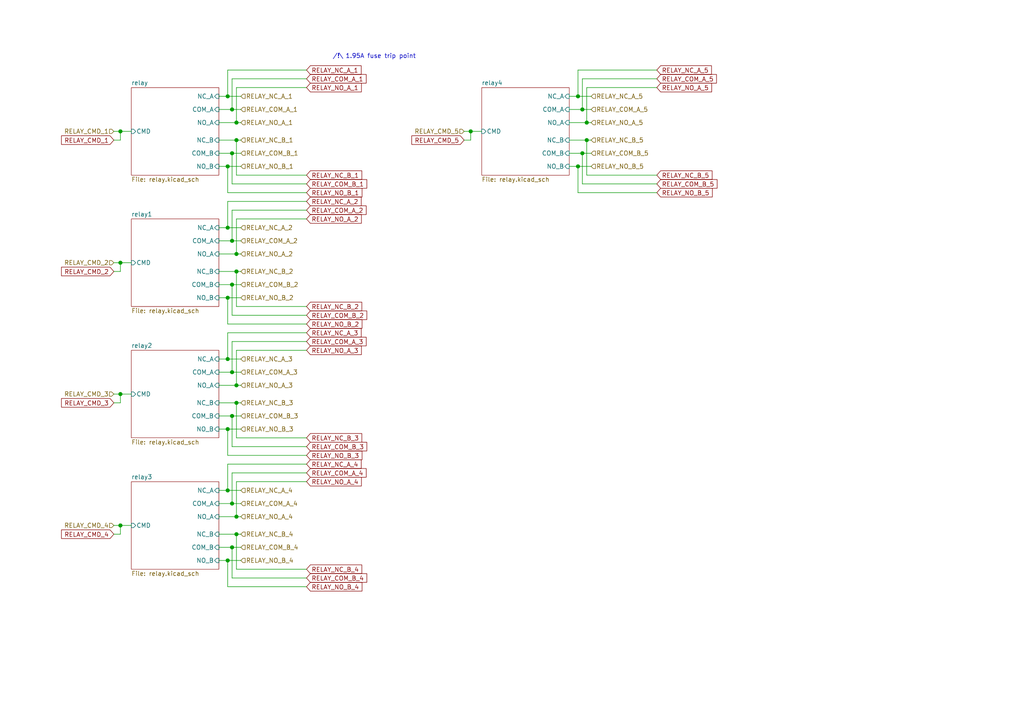
<source format=kicad_sch>
(kicad_sch (version 20211123) (generator eeschema)

  (uuid 3f68857c-3a11-4227-962d-5be304eb4b52)

  (paper "A4")

  (lib_symbols
  )

  (junction (at 68.58 149.86) (diameter 1.016) (color 0 0 0 0)
    (uuid 019410ec-340a-474b-a3cb-d3a780f307b4)
  )
  (junction (at 67.31 107.95) (diameter 1.016) (color 0 0 0 0)
    (uuid 08f0a69d-2047-4f15-9147-57cc2889ba57)
  )
  (junction (at 68.58 35.56) (diameter 1.016) (color 0 0 0 0)
    (uuid 09f1068c-65c4-4548-86dc-26e5a88a3923)
  )
  (junction (at 66.04 48.26) (diameter 1.016) (color 0 0 0 0)
    (uuid 0ccdb2ff-af2a-433c-990e-e25fac040a27)
  )
  (junction (at 67.31 31.75) (diameter 1.016) (color 0 0 0 0)
    (uuid 0e8dd633-3dec-4dce-9bdb-5d167ff90b26)
  )
  (junction (at 68.58 73.66) (diameter 1.016) (color 0 0 0 0)
    (uuid 12290910-e1c4-4f12-a089-9b99be24c1fc)
  )
  (junction (at 67.31 69.85) (diameter 1.016) (color 0 0 0 0)
    (uuid 1669bc16-1636-4fde-a4cb-95c6656af335)
  )
  (junction (at 68.58 78.74) (diameter 1.016) (color 0 0 0 0)
    (uuid 18e3600f-2088-4659-97d0-c83b17047ead)
  )
  (junction (at 67.31 44.45) (diameter 1.016) (color 0 0 0 0)
    (uuid 1be8b492-ceeb-41d4-8a97-de6f54e38f35)
  )
  (junction (at 168.91 44.45) (diameter 1.016) (color 0 0 0 0)
    (uuid 1bf8b756-d049-40ef-860f-32108b6e6ef2)
  )
  (junction (at 66.04 104.14) (diameter 1.016) (color 0 0 0 0)
    (uuid 24d37c6d-393a-4463-b6e2-ce0a45fb85d0)
  )
  (junction (at 67.31 146.05) (diameter 1.016) (color 0 0 0 0)
    (uuid 250658cf-3442-4875-98b9-880ff77de779)
  )
  (junction (at 67.31 158.75) (diameter 1.016) (color 0 0 0 0)
    (uuid 2e723b17-b264-49e0-99dc-3ace6ec6c590)
  )
  (junction (at 67.31 82.55) (diameter 1.016) (color 0 0 0 0)
    (uuid 2faae2bb-a0c2-4054-ae9f-2d25525a48e8)
  )
  (junction (at 34.925 38.1) (diameter 1.016) (color 0 0 0 0)
    (uuid 347d7251-9011-468c-9c97-37e621ebef39)
  )
  (junction (at 34.925 152.4) (diameter 1.016) (color 0 0 0 0)
    (uuid 4205e181-09c1-4838-b4a1-364bb5008947)
  )
  (junction (at 34.925 76.2) (diameter 1.016) (color 0 0 0 0)
    (uuid 54e6c901-b772-4f6e-a5cb-832c30ac5735)
  )
  (junction (at 136.525 38.1) (diameter 1.016) (color 0 0 0 0)
    (uuid 63889b5b-319a-4ec7-9d88-38746b1ff624)
  )
  (junction (at 67.31 120.65) (diameter 1.016) (color 0 0 0 0)
    (uuid 6ca9fad1-a6ca-4e25-863a-5e5ecd5baa89)
  )
  (junction (at 66.04 124.46) (diameter 1.016) (color 0 0 0 0)
    (uuid 6f655528-a61c-4c23-868b-815cc79f5f8e)
  )
  (junction (at 66.04 66.04) (diameter 1.016) (color 0 0 0 0)
    (uuid 707b1282-fdf9-4928-869a-9dbf3a817513)
  )
  (junction (at 66.04 142.24) (diameter 1.016) (color 0 0 0 0)
    (uuid 780c110f-d675-44a5-9b77-e6d74a308504)
  )
  (junction (at 68.58 154.94) (diameter 1.016) (color 0 0 0 0)
    (uuid 797336a2-12e4-4dd0-a33e-dc6624c7dd5e)
  )
  (junction (at 170.18 35.56) (diameter 1.016) (color 0 0 0 0)
    (uuid 851a5144-622e-4e9b-84aa-b2177ea53c92)
  )
  (junction (at 68.58 116.84) (diameter 1.016) (color 0 0 0 0)
    (uuid 86c06a99-e0bc-40d5-a7f9-e5b1bfafe6eb)
  )
  (junction (at 66.04 27.94) (diameter 1.016) (color 0 0 0 0)
    (uuid 95568ddf-be8c-46db-99de-cfd2b3a0cf9e)
  )
  (junction (at 168.91 31.75) (diameter 1.016) (color 0 0 0 0)
    (uuid a7157fd2-7969-454f-a8c5-69dde8689e15)
  )
  (junction (at 66.04 162.56) (diameter 1.016) (color 0 0 0 0)
    (uuid acf9d5e3-00c4-46a2-8fb1-130f2ff8990c)
  )
  (junction (at 170.18 40.64) (diameter 1.016) (color 0 0 0 0)
    (uuid bff8daab-48b4-47d4-9ffa-e5f1ce2dcca8)
  )
  (junction (at 66.04 86.36) (diameter 1.016) (color 0 0 0 0)
    (uuid cfd66066-4bfb-415b-aff3-80ee08e719fe)
  )
  (junction (at 68.58 40.64) (diameter 1.016) (color 0 0 0 0)
    (uuid dbf9d52f-7c18-496f-9222-1cd5f4d22ee1)
  )
  (junction (at 34.925 114.3) (diameter 1.016) (color 0 0 0 0)
    (uuid ec888ac4-0ee1-4143-9135-f22c778450e6)
  )
  (junction (at 167.64 48.26) (diameter 1.016) (color 0 0 0 0)
    (uuid f1cdc1e3-579a-49cb-b214-bbcfabf1e8e7)
  )
  (junction (at 167.64 27.94) (diameter 1.016) (color 0 0 0 0)
    (uuid f559c4d6-733f-431c-8eeb-d76337ee4def)
  )
  (junction (at 68.58 111.76) (diameter 1.016) (color 0 0 0 0)
    (uuid f5ac3e38-b2da-4b8b-af3b-5e4281e16a0c)
  )

  (wire (pts (xy 34.925 152.4) (xy 38.1 152.4))
    (stroke (width 0) (type solid) (color 0 0 0 0))
    (uuid 02a37dfb-b936-4f6e-86c4-073f71583254)
  )
  (wire (pts (xy 34.925 116.84) (xy 34.925 114.3))
    (stroke (width 0) (type solid) (color 0 0 0 0))
    (uuid 02f0f551-dba0-415f-9bbe-fb2fbee3e3e2)
  )
  (wire (pts (xy 165.1 35.56) (xy 170.18 35.56))
    (stroke (width 0) (type solid) (color 0 0 0 0))
    (uuid 039b72bc-3ef3-4a8c-88de-6e871daf539a)
  )
  (wire (pts (xy 170.18 35.56) (xy 171.45 35.56))
    (stroke (width 0) (type solid) (color 0 0 0 0))
    (uuid 039b72bc-3ef3-4a8c-88de-6e871daf539b)
  )
  (wire (pts (xy 63.5 69.85) (xy 67.31 69.85))
    (stroke (width 0) (type solid) (color 0 0 0 0))
    (uuid 04f5bbe9-2d36-4ca3-ac58-7cfd4a8eb969)
  )
  (wire (pts (xy 67.31 69.85) (xy 69.85 69.85))
    (stroke (width 0) (type solid) (color 0 0 0 0))
    (uuid 04f5bbe9-2d36-4ca3-ac58-7cfd4a8eb96a)
  )
  (wire (pts (xy 136.525 40.64) (xy 136.525 38.1))
    (stroke (width 0) (type solid) (color 0 0 0 0))
    (uuid 07333ae4-e32d-4ebd-a698-44f6bd96dcfe)
  )
  (wire (pts (xy 63.5 73.66) (xy 68.58 73.66))
    (stroke (width 0) (type solid) (color 0 0 0 0))
    (uuid 09a4e5c6-fc4e-49c2-806e-fc2dd9eb58a9)
  )
  (wire (pts (xy 68.58 73.66) (xy 69.85 73.66))
    (stroke (width 0) (type solid) (color 0 0 0 0))
    (uuid 09a4e5c6-fc4e-49c2-806e-fc2dd9eb58aa)
  )
  (wire (pts (xy 63.5 116.84) (xy 68.58 116.84))
    (stroke (width 0) (type solid) (color 0 0 0 0))
    (uuid 0fd48f8a-982c-4312-b68f-efc4c5769c89)
  )
  (wire (pts (xy 68.58 116.84) (xy 69.85 116.84))
    (stroke (width 0) (type solid) (color 0 0 0 0))
    (uuid 0fd48f8a-982c-4312-b68f-efc4c5769c8a)
  )
  (wire (pts (xy 66.04 134.62) (xy 66.04 142.24))
    (stroke (width 0) (type solid) (color 0 0 0 0))
    (uuid 0ffb3613-d7b6-4c81-9719-e6b0f409708a)
  )
  (wire (pts (xy 88.9 134.62) (xy 66.04 134.62))
    (stroke (width 0) (type solid) (color 0 0 0 0))
    (uuid 0ffb3613-d7b6-4c81-9719-e6b0f409708b)
  )
  (wire (pts (xy 34.925 114.3) (xy 38.1 114.3))
    (stroke (width 0) (type solid) (color 0 0 0 0))
    (uuid 104fcdaf-70fe-4d9d-999a-bc4ee38447f0)
  )
  (wire (pts (xy 66.04 55.88) (xy 66.04 48.26))
    (stroke (width 0) (type solid) (color 0 0 0 0))
    (uuid 110dd3bd-916a-42d2-92b1-16965ba286d8)
  )
  (wire (pts (xy 88.9 55.88) (xy 66.04 55.88))
    (stroke (width 0) (type solid) (color 0 0 0 0))
    (uuid 110dd3bd-916a-42d2-92b1-16965ba286d9)
  )
  (wire (pts (xy 88.9 58.42) (xy 66.04 58.42))
    (stroke (width 0) (type solid) (color 0 0 0 0))
    (uuid 114d2213-024b-47f2-aa72-4d45a5368ca8)
  )
  (wire (pts (xy 68.58 139.7) (xy 68.58 149.86))
    (stroke (width 0) (type solid) (color 0 0 0 0))
    (uuid 16921ee1-5e5d-48be-9e51-61dbd1903c58)
  )
  (wire (pts (xy 88.9 139.7) (xy 68.58 139.7))
    (stroke (width 0) (type solid) (color 0 0 0 0))
    (uuid 16921ee1-5e5d-48be-9e51-61dbd1903c59)
  )
  (wire (pts (xy 33.02 40.64) (xy 34.925 40.64))
    (stroke (width 0) (type solid) (color 0 0 0 0))
    (uuid 174d84ef-163c-4453-baaa-c9f062a5365a)
  )
  (wire (pts (xy 63.5 149.86) (xy 68.58 149.86))
    (stroke (width 0) (type solid) (color 0 0 0 0))
    (uuid 205e0883-f776-4de2-aad6-b2135e54d523)
  )
  (wire (pts (xy 68.58 149.86) (xy 69.85 149.86))
    (stroke (width 0) (type solid) (color 0 0 0 0))
    (uuid 205e0883-f776-4de2-aad6-b2135e54d524)
  )
  (wire (pts (xy 68.58 101.6) (xy 68.58 111.76))
    (stroke (width 0) (type solid) (color 0 0 0 0))
    (uuid 26767de8-2424-4805-9b6d-69a96eed00d5)
  )
  (wire (pts (xy 88.9 101.6) (xy 68.58 101.6))
    (stroke (width 0) (type solid) (color 0 0 0 0))
    (uuid 26767de8-2424-4805-9b6d-69a96eed00d6)
  )
  (wire (pts (xy 68.58 25.4) (xy 68.58 35.56))
    (stroke (width 0) (type solid) (color 0 0 0 0))
    (uuid 296c5b30-8497-4fb3-8d16-8dda1c744324)
  )
  (wire (pts (xy 88.9 25.4) (xy 68.58 25.4))
    (stroke (width 0) (type solid) (color 0 0 0 0))
    (uuid 296c5b30-8497-4fb3-8d16-8dda1c744325)
  )
  (wire (pts (xy 66.04 132.08) (xy 66.04 124.46))
    (stroke (width 0) (type solid) (color 0 0 0 0))
    (uuid 2a2dcc2e-2f68-4041-a0f6-d28017b2a84d)
  )
  (wire (pts (xy 88.9 132.08) (xy 66.04 132.08))
    (stroke (width 0) (type solid) (color 0 0 0 0))
    (uuid 2a2dcc2e-2f68-4041-a0f6-d28017b2a84e)
  )
  (wire (pts (xy 63.5 31.75) (xy 67.31 31.75))
    (stroke (width 0) (type solid) (color 0 0 0 0))
    (uuid 2ae36517-1bc9-4a27-985b-3753c3b50d8a)
  )
  (wire (pts (xy 67.31 31.75) (xy 69.85 31.75))
    (stroke (width 0) (type solid) (color 0 0 0 0))
    (uuid 2ae36517-1bc9-4a27-985b-3753c3b50d8b)
  )
  (wire (pts (xy 67.31 99.06) (xy 67.31 107.95))
    (stroke (width 0) (type solid) (color 0 0 0 0))
    (uuid 323bb544-3d53-43e7-8e0d-f137233b9176)
  )
  (wire (pts (xy 88.9 99.06) (xy 67.31 99.06))
    (stroke (width 0) (type solid) (color 0 0 0 0))
    (uuid 323bb544-3d53-43e7-8e0d-f137233b9177)
  )
  (wire (pts (xy 34.925 78.74) (xy 34.925 76.2))
    (stroke (width 0) (type solid) (color 0 0 0 0))
    (uuid 34ac1bad-c670-4e21-ab68-09c02a505351)
  )
  (wire (pts (xy 168.91 53.34) (xy 168.91 44.45))
    (stroke (width 0) (type solid) (color 0 0 0 0))
    (uuid 402afdf4-cead-423f-b26f-f9e20ad5ccab)
  )
  (wire (pts (xy 190.5 53.34) (xy 168.91 53.34))
    (stroke (width 0) (type solid) (color 0 0 0 0))
    (uuid 402afdf4-cead-423f-b26f-f9e20ad5ccac)
  )
  (wire (pts (xy 66.04 93.98) (xy 66.04 86.36))
    (stroke (width 0) (type solid) (color 0 0 0 0))
    (uuid 44ed83ed-0c9c-47be-a4c1-b6973a546d52)
  )
  (wire (pts (xy 88.9 93.98) (xy 66.04 93.98))
    (stroke (width 0) (type solid) (color 0 0 0 0))
    (uuid 44ed83ed-0c9c-47be-a4c1-b6973a546d53)
  )
  (wire (pts (xy 66.04 20.32) (xy 66.04 27.94))
    (stroke (width 0) (type solid) (color 0 0 0 0))
    (uuid 44f02273-8bdc-4904-8338-e1320d757c1b)
  )
  (wire (pts (xy 88.9 20.32) (xy 66.04 20.32))
    (stroke (width 0) (type solid) (color 0 0 0 0))
    (uuid 44f02273-8bdc-4904-8338-e1320d757c1c)
  )
  (wire (pts (xy 63.5 107.95) (xy 67.31 107.95))
    (stroke (width 0) (type solid) (color 0 0 0 0))
    (uuid 49a5882f-188e-4f8c-82cf-3db40f84a823)
  )
  (wire (pts (xy 67.31 107.95) (xy 69.85 107.95))
    (stroke (width 0) (type solid) (color 0 0 0 0))
    (uuid 49a5882f-188e-4f8c-82cf-3db40f84a824)
  )
  (wire (pts (xy 33.02 38.1) (xy 34.925 38.1))
    (stroke (width 0) (type solid) (color 0 0 0 0))
    (uuid 6136fafb-8a8a-4e4b-9d4a-79090c356ac1)
  )
  (wire (pts (xy 134.62 40.64) (xy 136.525 40.64))
    (stroke (width 0) (type solid) (color 0 0 0 0))
    (uuid 668b1a6e-1842-4883-8625-6c67b23cf545)
  )
  (wire (pts (xy 170.18 25.4) (xy 170.18 35.56))
    (stroke (width 0) (type solid) (color 0 0 0 0))
    (uuid 6830949b-57ea-49de-87e1-aa58caeedbcf)
  )
  (wire (pts (xy 190.5 25.4) (xy 170.18 25.4))
    (stroke (width 0) (type solid) (color 0 0 0 0))
    (uuid 6830949b-57ea-49de-87e1-aa58caeedbd0)
  )
  (wire (pts (xy 63.5 120.65) (xy 67.31 120.65))
    (stroke (width 0) (type solid) (color 0 0 0 0))
    (uuid 71c86186-524b-4be6-95e4-5d227858f49f)
  )
  (wire (pts (xy 67.31 120.65) (xy 69.85 120.65))
    (stroke (width 0) (type solid) (color 0 0 0 0))
    (uuid 71c86186-524b-4be6-95e4-5d227858f4a0)
  )
  (wire (pts (xy 67.31 91.44) (xy 67.31 82.55))
    (stroke (width 0) (type solid) (color 0 0 0 0))
    (uuid 72012d52-91e0-4fc6-a05c-30c6f887251f)
  )
  (wire (pts (xy 88.9 91.44) (xy 67.31 91.44))
    (stroke (width 0) (type solid) (color 0 0 0 0))
    (uuid 72012d52-91e0-4fc6-a05c-30c6f8872520)
  )
  (wire (pts (xy 63.5 66.04) (xy 66.04 66.04))
    (stroke (width 0) (type solid) (color 0 0 0 0))
    (uuid 777fa7de-4154-4bfa-8aac-ea1b5a9a8210)
  )
  (wire (pts (xy 66.04 66.04) (xy 69.85 66.04))
    (stroke (width 0) (type solid) (color 0 0 0 0))
    (uuid 777fa7de-4154-4bfa-8aac-ea1b5a9a8211)
  )
  (wire (pts (xy 34.925 154.94) (xy 34.925 152.4))
    (stroke (width 0) (type solid) (color 0 0 0 0))
    (uuid 78fcadaf-00e9-4012-aefb-dca350bb2bf7)
  )
  (wire (pts (xy 167.64 20.32) (xy 167.64 27.94))
    (stroke (width 0) (type solid) (color 0 0 0 0))
    (uuid 7a511557-4dcf-49dd-b3f8-7b87bb2bd656)
  )
  (wire (pts (xy 190.5 20.32) (xy 167.64 20.32))
    (stroke (width 0) (type solid) (color 0 0 0 0))
    (uuid 7a511557-4dcf-49dd-b3f8-7b87bb2bd657)
  )
  (wire (pts (xy 63.5 35.56) (xy 68.58 35.56))
    (stroke (width 0) (type solid) (color 0 0 0 0))
    (uuid 7c8fd145-51cb-41c8-9df8-7d1f7adcb006)
  )
  (wire (pts (xy 68.58 35.56) (xy 69.85 35.56))
    (stroke (width 0) (type solid) (color 0 0 0 0))
    (uuid 7c8fd145-51cb-41c8-9df8-7d1f7adcb007)
  )
  (wire (pts (xy 34.925 38.1) (xy 38.1 38.1))
    (stroke (width 0) (type solid) (color 0 0 0 0))
    (uuid 81c556ae-ffcf-48c8-9318-3129b2bd8414)
  )
  (wire (pts (xy 33.02 152.4) (xy 34.925 152.4))
    (stroke (width 0) (type solid) (color 0 0 0 0))
    (uuid 83137016-2c37-4ef0-a7c1-f9c1b93dc223)
  )
  (wire (pts (xy 34.925 76.2) (xy 38.1 76.2))
    (stroke (width 0) (type solid) (color 0 0 0 0))
    (uuid 85a7a615-6dd5-4ee6-9440-300cbf445830)
  )
  (wire (pts (xy 63.5 142.24) (xy 66.04 142.24))
    (stroke (width 0) (type solid) (color 0 0 0 0))
    (uuid 879d4035-cf4a-4ff0-b20c-88ace4dc8327)
  )
  (wire (pts (xy 66.04 142.24) (xy 69.85 142.24))
    (stroke (width 0) (type solid) (color 0 0 0 0))
    (uuid 879d4035-cf4a-4ff0-b20c-88ace4dc8328)
  )
  (wire (pts (xy 68.58 88.9) (xy 68.58 78.74))
    (stroke (width 0) (type solid) (color 0 0 0 0))
    (uuid 88d40a38-98b3-4afd-a69a-418504278ba2)
  )
  (wire (pts (xy 88.9 88.9) (xy 68.58 88.9))
    (stroke (width 0) (type solid) (color 0 0 0 0))
    (uuid 88d40a38-98b3-4afd-a69a-418504278ba3)
  )
  (wire (pts (xy 33.02 116.84) (xy 34.925 116.84))
    (stroke (width 0) (type solid) (color 0 0 0 0))
    (uuid 890f48d5-f6da-4f08-88ce-647baebb5650)
  )
  (wire (pts (xy 67.31 137.16) (xy 67.31 146.05))
    (stroke (width 0) (type solid) (color 0 0 0 0))
    (uuid 92f24187-e621-4bf5-99af-4c112c4a6b01)
  )
  (wire (pts (xy 88.9 137.16) (xy 67.31 137.16))
    (stroke (width 0) (type solid) (color 0 0 0 0))
    (uuid 92f24187-e621-4bf5-99af-4c112c4a6b02)
  )
  (wire (pts (xy 63.5 158.75) (xy 67.31 158.75))
    (stroke (width 0) (type solid) (color 0 0 0 0))
    (uuid 94f1d00f-d173-4bb1-ae81-05883e97412d)
  )
  (wire (pts (xy 67.31 158.75) (xy 69.85 158.75))
    (stroke (width 0) (type solid) (color 0 0 0 0))
    (uuid 94f1d00f-d173-4bb1-ae81-05883e97412e)
  )
  (wire (pts (xy 63.5 27.94) (xy 66.04 27.94))
    (stroke (width 0) (type solid) (color 0 0 0 0))
    (uuid 9654f622-fd67-47fd-af40-f2ff7609225d)
  )
  (wire (pts (xy 66.04 27.94) (xy 69.85 27.94))
    (stroke (width 0) (type solid) (color 0 0 0 0))
    (uuid 9654f622-fd67-47fd-af40-f2ff7609225e)
  )
  (wire (pts (xy 136.525 38.1) (xy 139.7 38.1))
    (stroke (width 0) (type solid) (color 0 0 0 0))
    (uuid 96c06868-15bb-4a96-a74e-be1ed79cd859)
  )
  (wire (pts (xy 170.18 50.8) (xy 170.18 40.64))
    (stroke (width 0) (type solid) (color 0 0 0 0))
    (uuid 9734b63b-910f-444c-8079-d0a92d061e9a)
  )
  (wire (pts (xy 190.5 50.8) (xy 170.18 50.8))
    (stroke (width 0) (type solid) (color 0 0 0 0))
    (uuid 9734b63b-910f-444c-8079-d0a92d061e9b)
  )
  (wire (pts (xy 68.58 127) (xy 68.58 116.84))
    (stroke (width 0) (type solid) (color 0 0 0 0))
    (uuid 985c62ea-aa0b-4799-8e31-63355a663da4)
  )
  (wire (pts (xy 88.9 127) (xy 68.58 127))
    (stroke (width 0) (type solid) (color 0 0 0 0))
    (uuid 985c62ea-aa0b-4799-8e31-63355a663da5)
  )
  (wire (pts (xy 67.31 22.86) (xy 67.31 31.75))
    (stroke (width 0) (type solid) (color 0 0 0 0))
    (uuid 99a3ce34-3d71-43fb-903c-3432e13fa45f)
  )
  (wire (pts (xy 88.9 22.86) (xy 67.31 22.86))
    (stroke (width 0) (type solid) (color 0 0 0 0))
    (uuid 99a3ce34-3d71-43fb-903c-3432e13fa460)
  )
  (wire (pts (xy 68.58 165.1) (xy 68.58 154.94))
    (stroke (width 0) (type solid) (color 0 0 0 0))
    (uuid 9bcdfbc0-8b06-4f11-b23a-82473b927607)
  )
  (wire (pts (xy 88.9 165.1) (xy 68.58 165.1))
    (stroke (width 0) (type solid) (color 0 0 0 0))
    (uuid 9bcdfbc0-8b06-4f11-b23a-82473b927608)
  )
  (wire (pts (xy 66.04 58.42) (xy 66.04 66.04))
    (stroke (width 0) (type solid) (color 0 0 0 0))
    (uuid 9c8320c9-4bd2-437d-9682-b0f54e345683)
  )
  (wire (pts (xy 63.5 86.36) (xy 66.04 86.36))
    (stroke (width 0) (type solid) (color 0 0 0 0))
    (uuid a2052456-52b5-4ba7-812f-c4f65b2bd4d2)
  )
  (wire (pts (xy 66.04 86.36) (xy 69.85 86.36))
    (stroke (width 0) (type solid) (color 0 0 0 0))
    (uuid a2052456-52b5-4ba7-812f-c4f65b2bd4d3)
  )
  (wire (pts (xy 67.31 53.34) (xy 67.31 44.45))
    (stroke (width 0) (type solid) (color 0 0 0 0))
    (uuid a34c47c3-bde3-44bc-b50a-06b9a7a9baec)
  )
  (wire (pts (xy 88.9 53.34) (xy 67.31 53.34))
    (stroke (width 0) (type solid) (color 0 0 0 0))
    (uuid a34c47c3-bde3-44bc-b50a-06b9a7a9baed)
  )
  (wire (pts (xy 165.1 27.94) (xy 167.64 27.94))
    (stroke (width 0) (type solid) (color 0 0 0 0))
    (uuid a5d13b31-372c-42d7-bb52-5bc8c20c83fa)
  )
  (wire (pts (xy 167.64 27.94) (xy 171.45 27.94))
    (stroke (width 0) (type solid) (color 0 0 0 0))
    (uuid a5d13b31-372c-42d7-bb52-5bc8c20c83fb)
  )
  (wire (pts (xy 165.1 48.26) (xy 167.64 48.26))
    (stroke (width 0) (type solid) (color 0 0 0 0))
    (uuid b073408b-0cf9-4320-a693-baff7c08e835)
  )
  (wire (pts (xy 167.64 48.26) (xy 171.45 48.26))
    (stroke (width 0) (type solid) (color 0 0 0 0))
    (uuid b073408b-0cf9-4320-a693-baff7c08e836)
  )
  (wire (pts (xy 134.62 38.1) (xy 136.525 38.1))
    (stroke (width 0) (type solid) (color 0 0 0 0))
    (uuid b327ac36-42e6-4155-93ae-cb5a751d6283)
  )
  (wire (pts (xy 68.58 50.8) (xy 68.58 40.64))
    (stroke (width 0) (type solid) (color 0 0 0 0))
    (uuid b7d595d3-b357-4bba-af9c-6c8fa9b43e53)
  )
  (wire (pts (xy 88.9 50.8) (xy 68.58 50.8))
    (stroke (width 0) (type solid) (color 0 0 0 0))
    (uuid b7d595d3-b357-4bba-af9c-6c8fa9b43e54)
  )
  (wire (pts (xy 66.04 170.18) (xy 66.04 162.56))
    (stroke (width 0) (type solid) (color 0 0 0 0))
    (uuid bc35f122-152c-492a-91a4-4fd6995a42c6)
  )
  (wire (pts (xy 88.9 170.18) (xy 66.04 170.18))
    (stroke (width 0) (type solid) (color 0 0 0 0))
    (uuid bc35f122-152c-492a-91a4-4fd6995a42c7)
  )
  (wire (pts (xy 68.58 63.5) (xy 68.58 73.66))
    (stroke (width 0) (type solid) (color 0 0 0 0))
    (uuid bdef5d1a-ba05-45b4-9884-4df15b60671d)
  )
  (wire (pts (xy 63.5 146.05) (xy 67.31 146.05))
    (stroke (width 0) (type solid) (color 0 0 0 0))
    (uuid c19e8810-5065-4348-af60-56c501581511)
  )
  (wire (pts (xy 67.31 146.05) (xy 69.85 146.05))
    (stroke (width 0) (type solid) (color 0 0 0 0))
    (uuid c19e8810-5065-4348-af60-56c501581512)
  )
  (wire (pts (xy 63.5 111.76) (xy 68.58 111.76))
    (stroke (width 0) (type solid) (color 0 0 0 0))
    (uuid c3157356-f85c-4482-8171-f098bce65894)
  )
  (wire (pts (xy 68.58 111.76) (xy 69.85 111.76))
    (stroke (width 0) (type solid) (color 0 0 0 0))
    (uuid c3157356-f85c-4482-8171-f098bce65895)
  )
  (wire (pts (xy 63.5 154.94) (xy 68.58 154.94))
    (stroke (width 0) (type solid) (color 0 0 0 0))
    (uuid c3589f8b-5602-48e0-96cb-467b7aa3947e)
  )
  (wire (pts (xy 68.58 154.94) (xy 69.85 154.94))
    (stroke (width 0) (type solid) (color 0 0 0 0))
    (uuid c3589f8b-5602-48e0-96cb-467b7aa3947f)
  )
  (wire (pts (xy 165.1 31.75) (xy 168.91 31.75))
    (stroke (width 0) (type solid) (color 0 0 0 0))
    (uuid c419bbc0-dea8-4ab3-a00f-8b1812152f14)
  )
  (wire (pts (xy 168.91 31.75) (xy 171.45 31.75))
    (stroke (width 0) (type solid) (color 0 0 0 0))
    (uuid c419bbc0-dea8-4ab3-a00f-8b1812152f15)
  )
  (wire (pts (xy 88.9 63.5) (xy 68.58 63.5))
    (stroke (width 0) (type solid) (color 0 0 0 0))
    (uuid c9ae934d-3c2f-4fa2-ab2a-0d1ff0581201)
  )
  (wire (pts (xy 34.925 40.64) (xy 34.925 38.1))
    (stroke (width 0) (type solid) (color 0 0 0 0))
    (uuid cf3901f4-0028-4b57-bcb6-e4e0ff86d2cd)
  )
  (wire (pts (xy 67.31 167.64) (xy 67.31 158.75))
    (stroke (width 0) (type solid) (color 0 0 0 0))
    (uuid cf538d4c-1f95-4a44-88d1-36e185b6d9b4)
  )
  (wire (pts (xy 88.9 167.64) (xy 67.31 167.64))
    (stroke (width 0) (type solid) (color 0 0 0 0))
    (uuid cf538d4c-1f95-4a44-88d1-36e185b6d9b5)
  )
  (wire (pts (xy 33.02 78.74) (xy 34.925 78.74))
    (stroke (width 0) (type solid) (color 0 0 0 0))
    (uuid d1ad4fef-21a0-4768-9d06-ddb022b3d346)
  )
  (wire (pts (xy 33.02 154.94) (xy 34.925 154.94))
    (stroke (width 0) (type solid) (color 0 0 0 0))
    (uuid d51e74a5-923b-42d6-9fda-446815dcead5)
  )
  (wire (pts (xy 63.5 40.64) (xy 68.58 40.64))
    (stroke (width 0) (type solid) (color 0 0 0 0))
    (uuid d684d3f7-e4e1-4dc1-9955-cc2b4527be39)
  )
  (wire (pts (xy 68.58 40.64) (xy 69.85 40.64))
    (stroke (width 0) (type solid) (color 0 0 0 0))
    (uuid d684d3f7-e4e1-4dc1-9955-cc2b4527be3a)
  )
  (wire (pts (xy 167.64 55.88) (xy 167.64 48.26))
    (stroke (width 0) (type solid) (color 0 0 0 0))
    (uuid d9d1b4e2-0542-4738-84dc-5b7729b83611)
  )
  (wire (pts (xy 190.5 55.88) (xy 167.64 55.88))
    (stroke (width 0) (type solid) (color 0 0 0 0))
    (uuid d9d1b4e2-0542-4738-84dc-5b7729b83612)
  )
  (wire (pts (xy 63.5 82.55) (xy 67.31 82.55))
    (stroke (width 0) (type solid) (color 0 0 0 0))
    (uuid d9dfb4ad-6cd6-4ca8-88a6-4157bed45426)
  )
  (wire (pts (xy 67.31 82.55) (xy 69.85 82.55))
    (stroke (width 0) (type solid) (color 0 0 0 0))
    (uuid d9dfb4ad-6cd6-4ca8-88a6-4157bed45427)
  )
  (wire (pts (xy 63.5 124.46) (xy 66.04 124.46))
    (stroke (width 0) (type solid) (color 0 0 0 0))
    (uuid dceac75d-5bce-4e83-9eb1-8fdd9048b65c)
  )
  (wire (pts (xy 66.04 124.46) (xy 69.85 124.46))
    (stroke (width 0) (type solid) (color 0 0 0 0))
    (uuid dceac75d-5bce-4e83-9eb1-8fdd9048b65d)
  )
  (wire (pts (xy 168.91 22.86) (xy 168.91 31.75))
    (stroke (width 0) (type solid) (color 0 0 0 0))
    (uuid e2c8ee42-464b-45ab-a4f9-3f807dfa8dc0)
  )
  (wire (pts (xy 190.5 22.86) (xy 168.91 22.86))
    (stroke (width 0) (type solid) (color 0 0 0 0))
    (uuid e2c8ee42-464b-45ab-a4f9-3f807dfa8dc1)
  )
  (wire (pts (xy 67.31 129.54) (xy 67.31 120.65))
    (stroke (width 0) (type solid) (color 0 0 0 0))
    (uuid e5e64aa8-af21-42cd-8f0d-9cc092aa42ce)
  )
  (wire (pts (xy 88.9 129.54) (xy 67.31 129.54))
    (stroke (width 0) (type solid) (color 0 0 0 0))
    (uuid e5e64aa8-af21-42cd-8f0d-9cc092aa42cf)
  )
  (wire (pts (xy 33.02 114.3) (xy 34.925 114.3))
    (stroke (width 0) (type solid) (color 0 0 0 0))
    (uuid e6159f99-8ba0-4763-a5dd-e8ccc33ca20b)
  )
  (wire (pts (xy 66.04 96.52) (xy 66.04 104.14))
    (stroke (width 0) (type solid) (color 0 0 0 0))
    (uuid e8af397a-914e-4e37-8f6b-73aedc15c5d8)
  )
  (wire (pts (xy 88.9 96.52) (xy 66.04 96.52))
    (stroke (width 0) (type solid) (color 0 0 0 0))
    (uuid e8af397a-914e-4e37-8f6b-73aedc15c5d9)
  )
  (wire (pts (xy 63.5 48.26) (xy 66.04 48.26))
    (stroke (width 0) (type solid) (color 0 0 0 0))
    (uuid ea5abefb-ec53-4361-91d2-99195e69db35)
  )
  (wire (pts (xy 66.04 48.26) (xy 69.85 48.26))
    (stroke (width 0) (type solid) (color 0 0 0 0))
    (uuid ea5abefb-ec53-4361-91d2-99195e69db36)
  )
  (wire (pts (xy 67.31 60.96) (xy 67.31 69.85))
    (stroke (width 0) (type solid) (color 0 0 0 0))
    (uuid ef99cd95-1d0f-470a-8be6-99a6f6387293)
  )
  (wire (pts (xy 88.9 60.96) (xy 67.31 60.96))
    (stroke (width 0) (type solid) (color 0 0 0 0))
    (uuid ef99cd95-1d0f-470a-8be6-99a6f6387294)
  )
  (wire (pts (xy 63.5 44.45) (xy 67.31 44.45))
    (stroke (width 0) (type solid) (color 0 0 0 0))
    (uuid f2491143-a8f1-48b9-a98e-93117bdb6691)
  )
  (wire (pts (xy 67.31 44.45) (xy 69.85 44.45))
    (stroke (width 0) (type solid) (color 0 0 0 0))
    (uuid f2491143-a8f1-48b9-a98e-93117bdb6692)
  )
  (wire (pts (xy 63.5 78.74) (xy 68.58 78.74))
    (stroke (width 0) (type solid) (color 0 0 0 0))
    (uuid f3cbf4a7-d602-4c3e-9b99-4e1095d9c311)
  )
  (wire (pts (xy 68.58 78.74) (xy 69.85 78.74))
    (stroke (width 0) (type solid) (color 0 0 0 0))
    (uuid f3cbf4a7-d602-4c3e-9b99-4e1095d9c312)
  )
  (wire (pts (xy 63.5 104.14) (xy 66.04 104.14))
    (stroke (width 0) (type solid) (color 0 0 0 0))
    (uuid f82f47c0-a789-464f-a5fd-bdb5cf057438)
  )
  (wire (pts (xy 66.04 104.14) (xy 69.85 104.14))
    (stroke (width 0) (type solid) (color 0 0 0 0))
    (uuid f82f47c0-a789-464f-a5fd-bdb5cf057439)
  )
  (wire (pts (xy 63.5 162.56) (xy 66.04 162.56))
    (stroke (width 0) (type solid) (color 0 0 0 0))
    (uuid f92f6f7b-35b5-4441-b961-ed5bab3d4c75)
  )
  (wire (pts (xy 66.04 162.56) (xy 69.85 162.56))
    (stroke (width 0) (type solid) (color 0 0 0 0))
    (uuid f92f6f7b-35b5-4441-b961-ed5bab3d4c76)
  )
  (wire (pts (xy 33.02 76.2) (xy 34.925 76.2))
    (stroke (width 0) (type solid) (color 0 0 0 0))
    (uuid faad6e59-fbb9-4e03-8fcf-27a4b60c2b63)
  )
  (wire (pts (xy 165.1 44.45) (xy 168.91 44.45))
    (stroke (width 0) (type solid) (color 0 0 0 0))
    (uuid fc239613-ca02-443b-b7fa-5a8c945c8582)
  )
  (wire (pts (xy 168.91 44.45) (xy 171.45 44.45))
    (stroke (width 0) (type solid) (color 0 0 0 0))
    (uuid fc239613-ca02-443b-b7fa-5a8c945c8583)
  )
  (wire (pts (xy 165.1 40.64) (xy 170.18 40.64))
    (stroke (width 0) (type solid) (color 0 0 0 0))
    (uuid ff12c5d2-3fb3-4dd2-b0d8-3434911d3c4d)
  )
  (wire (pts (xy 170.18 40.64) (xy 171.45 40.64))
    (stroke (width 0) (type solid) (color 0 0 0 0))
    (uuid ff12c5d2-3fb3-4dd2-b0d8-3434911d3c4e)
  )

  (text "/!\\ 1.95A fuse trip point" (at 120.65 17.145 180)
    (effects (font (size 1.27 1.27)) (justify right bottom))
    (uuid 1490bc5e-a6c9-40c3-954c-7ada54025719)
  )

  (global_label "RELAY_CMD_2" (shape input) (at 33.02 78.74 180)
    (effects (font (size 1.27 1.27)) (justify right))
    (uuid 01ef8766-0a2a-476b-849b-26a3fbe1136e)
    (property "Intersheet References" "${INTERSHEET_REFS}" (id 0) (at 16.3224 78.6606 0)
      (effects (font (size 1.27 1.27)) (justify right) hide)
    )
  )
  (global_label "RELAY_COM_B_1" (shape input) (at 88.9 53.34 0)
    (effects (font (size 1.27 1.27)) (justify left))
    (uuid 148638c2-a3fb-431f-bfb1-ccd27f8be368)
    (property "Intersheet References" "${INTERSHEET_REFS}" (id 0) (at 107.8957 53.2606 0)
      (effects (font (size 1.27 1.27)) (justify left) hide)
    )
  )
  (global_label "RELAY_NO_B_2" (shape input) (at 88.9 93.98 0)
    (effects (font (size 1.27 1.27)) (justify left))
    (uuid 17b2c1a4-4218-480b-a28c-c35c79cda122)
    (property "Intersheet References" "${INTERSHEET_REFS}" (id 0) (at 106.5047 93.9006 0)
      (effects (font (size 1.27 1.27)) (justify left) hide)
    )
  )
  (global_label "RELAY_COM_A_2" (shape input) (at 88.9 60.96 0)
    (effects (font (size 1.27 1.27)) (justify left))
    (uuid 17e6e817-fa0e-4573-876a-f61859b7ed01)
    (property "Intersheet References" "${INTERSHEET_REFS}" (id 0) (at 107.7142 60.8806 0)
      (effects (font (size 1.27 1.27)) (justify left) hide)
    )
  )
  (global_label "RELAY_NO_A_3" (shape input) (at 88.9 101.6 0)
    (effects (font (size 1.27 1.27)) (justify left))
    (uuid 186afd64-b5d8-45c2-9d17-238582aa833f)
    (property "Intersheet References" "${INTERSHEET_REFS}" (id 0) (at 106.3233 101.5206 0)
      (effects (font (size 1.27 1.27)) (justify left) hide)
    )
  )
  (global_label "RELAY_NO_B_4" (shape input) (at 88.9 170.18 0)
    (effects (font (size 1.27 1.27)) (justify left))
    (uuid 1d5e80a2-9763-4a7e-9244-035b7209e670)
    (property "Intersheet References" "${INTERSHEET_REFS}" (id 0) (at 106.5047 170.1006 0)
      (effects (font (size 1.27 1.27)) (justify left) hide)
    )
  )
  (global_label "RELAY_NC_B_1" (shape input) (at 88.9 50.8 0)
    (effects (font (size 1.27 1.27)) (justify left))
    (uuid 254636e0-826f-419c-b9a7-5225032146d5)
    (property "Intersheet References" "${INTERSHEET_REFS}" (id 0) (at 106.4442 50.7206 0)
      (effects (font (size 1.27 1.27)) (justify left) hide)
    )
  )
  (global_label "RELAY_COM_B_5" (shape input) (at 190.5 53.34 0)
    (effects (font (size 1.27 1.27)) (justify left))
    (uuid 2822836c-1c20-4f44-beac-2fedebec87e0)
    (property "Intersheet References" "${INTERSHEET_REFS}" (id 0) (at 209.4957 53.2606 0)
      (effects (font (size 1.27 1.27)) (justify left) hide)
    )
  )
  (global_label "RELAY_CMD_3" (shape input) (at 33.02 116.84 180)
    (effects (font (size 1.27 1.27)) (justify right))
    (uuid 2dfb6c2a-91a4-45ed-a8cc-62fb04393712)
    (property "Intersheet References" "${INTERSHEET_REFS}" (id 0) (at 16.3224 116.7606 0)
      (effects (font (size 1.27 1.27)) (justify right) hide)
    )
  )
  (global_label "RELAY_NC_A_2" (shape input) (at 88.9 58.42 0)
    (effects (font (size 1.27 1.27)) (justify left))
    (uuid 414b2f4b-510b-4a9a-aa68-fc343aebe39a)
    (property "Intersheet References" "${INTERSHEET_REFS}" (id 0) (at 106.2628 58.3406 0)
      (effects (font (size 1.27 1.27)) (justify left) hide)
    )
  )
  (global_label "RELAY_COM_B_2" (shape input) (at 88.9 91.44 0)
    (effects (font (size 1.27 1.27)) (justify left))
    (uuid 5f243722-89e5-4d67-921a-702439218471)
    (property "Intersheet References" "${INTERSHEET_REFS}" (id 0) (at 107.8957 91.3606 0)
      (effects (font (size 1.27 1.27)) (justify left) hide)
    )
  )
  (global_label "RELAY_NO_B_5" (shape input) (at 190.5 55.88 0)
    (effects (font (size 1.27 1.27)) (justify left))
    (uuid 65790093-b2aa-4988-b5ad-23fa7f1e3fa2)
    (property "Intersheet References" "${INTERSHEET_REFS}" (id 0) (at 208.1047 55.8006 0)
      (effects (font (size 1.27 1.27)) (justify left) hide)
    )
  )
  (global_label "RELAY_NC_A_1" (shape input) (at 88.9 20.32 0)
    (effects (font (size 1.27 1.27)) (justify left))
    (uuid 69124020-346b-400d-8420-484a522915f0)
    (property "Intersheet References" "${INTERSHEET_REFS}" (id 0) (at 106.2628 20.2406 0)
      (effects (font (size 1.27 1.27)) (justify left) hide)
    )
  )
  (global_label "RELAY_NO_B_3" (shape input) (at 88.9 132.08 0)
    (effects (font (size 1.27 1.27)) (justify left))
    (uuid 6eaf5c22-2f35-499b-a463-2392bfdb2026)
    (property "Intersheet References" "${INTERSHEET_REFS}" (id 0) (at 106.5047 132.0006 0)
      (effects (font (size 1.27 1.27)) (justify left) hide)
    )
  )
  (global_label "RELAY_NC_A_3" (shape input) (at 88.9 96.52 0)
    (effects (font (size 1.27 1.27)) (justify left))
    (uuid 6f34e95a-6eb1-478b-925f-d559ae9315a8)
    (property "Intersheet References" "${INTERSHEET_REFS}" (id 0) (at 106.2628 96.4406 0)
      (effects (font (size 1.27 1.27)) (justify left) hide)
    )
  )
  (global_label "RELAY_COM_A_4" (shape input) (at 88.9 137.16 0)
    (effects (font (size 1.27 1.27)) (justify left))
    (uuid 6fd6e92b-ed5c-4a7c-9241-535e7933205d)
    (property "Intersheet References" "${INTERSHEET_REFS}" (id 0) (at 107.7142 137.0806 0)
      (effects (font (size 1.27 1.27)) (justify left) hide)
    )
  )
  (global_label "RELAY_NC_A_5" (shape input) (at 190.5 20.32 0)
    (effects (font (size 1.27 1.27)) (justify left))
    (uuid 704c5ba3-d56f-401a-9095-4932261bc34c)
    (property "Intersheet References" "${INTERSHEET_REFS}" (id 0) (at 207.8628 20.2406 0)
      (effects (font (size 1.27 1.27)) (justify left) hide)
    )
  )
  (global_label "RELAY_COM_A_1" (shape input) (at 88.9 22.86 0)
    (effects (font (size 1.27 1.27)) (justify left))
    (uuid 7146b26e-dcdc-455f-a0be-b1742c65d834)
    (property "Intersheet References" "${INTERSHEET_REFS}" (id 0) (at 107.7142 22.7806 0)
      (effects (font (size 1.27 1.27)) (justify left) hide)
    )
  )
  (global_label "RELAY_CMD_4" (shape input) (at 33.02 154.94 180)
    (effects (font (size 1.27 1.27)) (justify right))
    (uuid 72ca6703-b13a-4bea-afcd-f1577ca7c9a8)
    (property "Intersheet References" "${INTERSHEET_REFS}" (id 0) (at 16.3224 154.8606 0)
      (effects (font (size 1.27 1.27)) (justify right) hide)
    )
  )
  (global_label "RELAY_COM_B_3" (shape input) (at 88.9 129.54 0)
    (effects (font (size 1.27 1.27)) (justify left))
    (uuid 760a5abd-aa62-4a63-be97-b25cdb774d5e)
    (property "Intersheet References" "${INTERSHEET_REFS}" (id 0) (at 107.8957 129.4606 0)
      (effects (font (size 1.27 1.27)) (justify left) hide)
    )
  )
  (global_label "RELAY_NO_B_1" (shape input) (at 88.9 55.88 0)
    (effects (font (size 1.27 1.27)) (justify left))
    (uuid 7e77a6f0-6333-4627-a522-14ee14dca401)
    (property "Intersheet References" "${INTERSHEET_REFS}" (id 0) (at 106.5047 55.8006 0)
      (effects (font (size 1.27 1.27)) (justify left) hide)
    )
  )
  (global_label "RELAY_NC_B_5" (shape input) (at 190.5 50.8 0)
    (effects (font (size 1.27 1.27)) (justify left))
    (uuid 853b15bb-ae9a-440b-b498-d7ceb6fc6e8f)
    (property "Intersheet References" "${INTERSHEET_REFS}" (id 0) (at 208.0442 50.7206 0)
      (effects (font (size 1.27 1.27)) (justify left) hide)
    )
  )
  (global_label "RELAY_NC_B_2" (shape input) (at 88.9 88.9 0)
    (effects (font (size 1.27 1.27)) (justify left))
    (uuid 8d8ea023-1f1b-4788-9279-42f6da2e28dd)
    (property "Intersheet References" "${INTERSHEET_REFS}" (id 0) (at 106.4442 88.8206 0)
      (effects (font (size 1.27 1.27)) (justify left) hide)
    )
  )
  (global_label "RELAY_NO_A_1" (shape input) (at 88.9 25.4 0)
    (effects (font (size 1.27 1.27)) (justify left))
    (uuid 9401c0b0-0da0-4f8b-a23e-7712b0a95114)
    (property "Intersheet References" "${INTERSHEET_REFS}" (id 0) (at 106.3233 25.3206 0)
      (effects (font (size 1.27 1.27)) (justify left) hide)
    )
  )
  (global_label "RELAY_COM_A_3" (shape input) (at 88.9 99.06 0)
    (effects (font (size 1.27 1.27)) (justify left))
    (uuid 9ff9a3be-869e-4863-b6b7-c7091b63f125)
    (property "Intersheet References" "${INTERSHEET_REFS}" (id 0) (at 107.7142 98.9806 0)
      (effects (font (size 1.27 1.27)) (justify left) hide)
    )
  )
  (global_label "RELAY_COM_A_5" (shape input) (at 190.5 22.86 0)
    (effects (font (size 1.27 1.27)) (justify left))
    (uuid b036502e-e448-4e2b-920b-4b281b300513)
    (property "Intersheet References" "${INTERSHEET_REFS}" (id 0) (at 209.3142 22.7806 0)
      (effects (font (size 1.27 1.27)) (justify left) hide)
    )
  )
  (global_label "RELAY_NO_A_2" (shape input) (at 88.9 63.5 0)
    (effects (font (size 1.27 1.27)) (justify left))
    (uuid b6ace386-e434-4842-8d08-15789a9dad47)
    (property "Intersheet References" "${INTERSHEET_REFS}" (id 0) (at 106.3233 63.4206 0)
      (effects (font (size 1.27 1.27)) (justify left) hide)
    )
  )
  (global_label "RELAY_NC_B_4" (shape input) (at 88.9 165.1 0)
    (effects (font (size 1.27 1.27)) (justify left))
    (uuid bff6e3c8-d090-4905-b0dc-3ace967681d0)
    (property "Intersheet References" "${INTERSHEET_REFS}" (id 0) (at 106.4442 165.0206 0)
      (effects (font (size 1.27 1.27)) (justify left) hide)
    )
  )
  (global_label "RELAY_NC_B_3" (shape input) (at 88.9 127 0)
    (effects (font (size 1.27 1.27)) (justify left))
    (uuid c66d107a-3ce0-4222-b30d-57b2e6497e43)
    (property "Intersheet References" "${INTERSHEET_REFS}" (id 0) (at 106.4442 126.9206 0)
      (effects (font (size 1.27 1.27)) (justify left) hide)
    )
  )
  (global_label "RELAY_NO_A_4" (shape input) (at 88.9 139.7 0)
    (effects (font (size 1.27 1.27)) (justify left))
    (uuid cbb60c1a-e1ce-41e0-9342-7d102b1d4f73)
    (property "Intersheet References" "${INTERSHEET_REFS}" (id 0) (at 106.3233 139.6206 0)
      (effects (font (size 1.27 1.27)) (justify left) hide)
    )
  )
  (global_label "RELAY_CMD_1" (shape input) (at 33.02 40.64 180)
    (effects (font (size 1.27 1.27)) (justify right))
    (uuid cd533120-881c-4f3e-a517-32d450da449b)
    (property "Intersheet References" "${INTERSHEET_REFS}" (id 0) (at 16.3224 40.5606 0)
      (effects (font (size 1.27 1.27)) (justify right) hide)
    )
  )
  (global_label "RELAY_CMD_5" (shape input) (at 134.62 40.64 180)
    (effects (font (size 1.27 1.27)) (justify right))
    (uuid d5dffdd2-892f-4297-ab09-e5a78c580c51)
    (property "Intersheet References" "${INTERSHEET_REFS}" (id 0) (at 117.9224 40.5606 0)
      (effects (font (size 1.27 1.27)) (justify right) hide)
    )
  )
  (global_label "RELAY_COM_B_4" (shape input) (at 88.9 167.64 0)
    (effects (font (size 1.27 1.27)) (justify left))
    (uuid dc2aceea-acf6-4792-abd0-f8aeb2a6de1d)
    (property "Intersheet References" "${INTERSHEET_REFS}" (id 0) (at 107.8957 167.5606 0)
      (effects (font (size 1.27 1.27)) (justify left) hide)
    )
  )
  (global_label "RELAY_NO_A_5" (shape input) (at 190.5 25.4 0)
    (effects (font (size 1.27 1.27)) (justify left))
    (uuid df80ecc3-ad2b-457d-abe4-bf2753459004)
    (property "Intersheet References" "${INTERSHEET_REFS}" (id 0) (at 207.9233 25.3206 0)
      (effects (font (size 1.27 1.27)) (justify left) hide)
    )
  )
  (global_label "RELAY_NC_A_4" (shape input) (at 88.9 134.62 0)
    (effects (font (size 1.27 1.27)) (justify left))
    (uuid ef3f9754-7db7-4361-8a6a-b0655cf890e5)
    (property "Intersheet References" "${INTERSHEET_REFS}" (id 0) (at 106.2628 134.5406 0)
      (effects (font (size 1.27 1.27)) (justify left) hide)
    )
  )

  (hierarchical_label "RELAY_NC_A_5" (shape input) (at 171.45 27.94 0)
    (effects (font (size 1.27 1.27)) (justify left))
    (uuid 0dbc8f08-c777-4e53-8136-bb61a58a6e7f)
  )
  (hierarchical_label "RELAY_COM_B_3" (shape input) (at 69.85 120.65 0)
    (effects (font (size 1.27 1.27)) (justify left))
    (uuid 165352dc-fd53-40a5-8f92-d9d464bf6b8f)
  )
  (hierarchical_label "RELAY_NO_A_2" (shape input) (at 69.85 73.66 0)
    (effects (font (size 1.27 1.27)) (justify left))
    (uuid 167f5f8a-0b2c-466f-941b-9d4555fefa92)
  )
  (hierarchical_label "RELAY_NC_A_3" (shape input) (at 69.85 104.14 0)
    (effects (font (size 1.27 1.27)) (justify left))
    (uuid 21381bf6-a707-4d4a-b1b5-6c45b7f69454)
  )
  (hierarchical_label "RELAY_COM_A_2" (shape input) (at 69.85 69.85 0)
    (effects (font (size 1.27 1.27)) (justify left))
    (uuid 220544e0-ea5f-43af-8106-6509ea0dc4d4)
  )
  (hierarchical_label "RELAY_NO_B_3" (shape input) (at 69.85 124.46 0)
    (effects (font (size 1.27 1.27)) (justify left))
    (uuid 35375d33-9881-4d25-86fc-68f56d336724)
  )
  (hierarchical_label "RELAY_NC_A_4" (shape input) (at 69.85 142.24 0)
    (effects (font (size 1.27 1.27)) (justify left))
    (uuid 37eb2513-8880-4d19-9106-5f689849829d)
  )
  (hierarchical_label "RELAY_COM_B_1" (shape input) (at 69.85 44.45 0)
    (effects (font (size 1.27 1.27)) (justify left))
    (uuid 38e1b4a9-a22e-4b6e-8422-27776800c7d4)
  )
  (hierarchical_label "RELAY_NC_B_5" (shape input) (at 171.45 40.64 0)
    (effects (font (size 1.27 1.27)) (justify left))
    (uuid 480e2e35-a21e-4247-944e-078c5bd6e761)
  )
  (hierarchical_label "RELAY_COM_B_5" (shape input) (at 171.45 44.45 0)
    (effects (font (size 1.27 1.27)) (justify left))
    (uuid 4825c880-c34b-46d0-b085-d14d01738287)
  )
  (hierarchical_label "RELAY_NO_B_5" (shape input) (at 171.45 48.26 0)
    (effects (font (size 1.27 1.27)) (justify left))
    (uuid 4e8e8fa8-c6c7-49cf-ab06-7e8705ddefa7)
  )
  (hierarchical_label "RELAY_COM_A_3" (shape input) (at 69.85 107.95 0)
    (effects (font (size 1.27 1.27)) (justify left))
    (uuid 56e86699-2fa9-49d0-943a-9a47181152fd)
  )
  (hierarchical_label "RELAY_COM_B_2" (shape input) (at 69.85 82.55 0)
    (effects (font (size 1.27 1.27)) (justify left))
    (uuid 576f15e9-eb13-48cc-b456-5dc9c88f1968)
  )
  (hierarchical_label "RELAY_NO_A_5" (shape input) (at 171.45 35.56 0)
    (effects (font (size 1.27 1.27)) (justify left))
    (uuid 6d870bc8-7c7b-4add-b41b-24d4d1ff1a70)
  )
  (hierarchical_label "RELAY_NO_B_2" (shape input) (at 69.85 86.36 0)
    (effects (font (size 1.27 1.27)) (justify left))
    (uuid 7234593e-2902-4331-92ab-0cf9f7844238)
  )
  (hierarchical_label "RELAY_COM_A_1" (shape input) (at 69.85 31.75 0)
    (effects (font (size 1.27 1.27)) (justify left))
    (uuid 7718428e-98a7-4291-974e-48b44ab2df77)
  )
  (hierarchical_label "RELAY_NC_A_1" (shape input) (at 69.85 27.94 0)
    (effects (font (size 1.27 1.27)) (justify left))
    (uuid 7ea4ef1b-1cc0-4296-8ab3-52c5ed137858)
  )
  (hierarchical_label "RELAY_NC_A_2" (shape input) (at 69.85 66.04 0)
    (effects (font (size 1.27 1.27)) (justify left))
    (uuid 88dbf8cf-9e9d-4033-bdbe-e5afca2fb195)
  )
  (hierarchical_label "RELAY_NO_B_4" (shape input) (at 69.85 162.56 0)
    (effects (font (size 1.27 1.27)) (justify left))
    (uuid 99197265-114b-43fa-8a38-5957ee8fdbf4)
  )
  (hierarchical_label "RELAY_CMD_1" (shape input) (at 33.02 38.1 180)
    (effects (font (size 1.27 1.27)) (justify right))
    (uuid b2562c2c-2398-4692-944a-9e647dd62f88)
  )
  (hierarchical_label "RELAY_CMD_3" (shape input) (at 33.02 114.3 180)
    (effects (font (size 1.27 1.27)) (justify right))
    (uuid c25313cb-d18b-4d54-9aa2-d2ae34186427)
  )
  (hierarchical_label "RELAY_COM_A_5" (shape input) (at 171.45 31.75 0)
    (effects (font (size 1.27 1.27)) (justify left))
    (uuid c422c469-1424-49e6-a0a6-d3a3a0eccd14)
  )
  (hierarchical_label "RELAY_COM_B_4" (shape input) (at 69.85 158.75 0)
    (effects (font (size 1.27 1.27)) (justify left))
    (uuid c484619b-d82c-46a6-8f9e-6e3fd3295b9c)
  )
  (hierarchical_label "RELAY_CMD_4" (shape input) (at 33.02 152.4 180)
    (effects (font (size 1.27 1.27)) (justify right))
    (uuid c58caa43-8e41-47de-bef5-e85e4e85a035)
  )
  (hierarchical_label "RELAY_NO_A_4" (shape input) (at 69.85 149.86 0)
    (effects (font (size 1.27 1.27)) (justify left))
    (uuid cf06b399-e814-4e37-9994-bb050eb2ad63)
  )
  (hierarchical_label "RELAY_NC_B_2" (shape input) (at 69.85 78.74 0)
    (effects (font (size 1.27 1.27)) (justify left))
    (uuid d3c7efa9-e31c-4b8b-95ee-183c9fd5a9cf)
  )
  (hierarchical_label "RELAY_CMD_5" (shape input) (at 134.62 38.1 180)
    (effects (font (size 1.27 1.27)) (justify right))
    (uuid d867d6a6-bae4-421e-b2a1-155e127f0ec2)
  )
  (hierarchical_label "RELAY_CMD_2" (shape input) (at 33.02 76.2 180)
    (effects (font (size 1.27 1.27)) (justify right))
    (uuid dacf52ec-b313-4c1f-952f-794674c64ac1)
  )
  (hierarchical_label "RELAY_NO_B_1" (shape input) (at 69.85 48.26 0)
    (effects (font (size 1.27 1.27)) (justify left))
    (uuid e5576943-f6a0-4bfc-b8c6-0a9d861345b4)
  )
  (hierarchical_label "RELAY_NO_A_1" (shape input) (at 69.85 35.56 0)
    (effects (font (size 1.27 1.27)) (justify left))
    (uuid e6b0e8f5-491d-45dd-8bb5-2705f9f35cee)
  )
  (hierarchical_label "RELAY_NC_B_4" (shape input) (at 69.85 154.94 0)
    (effects (font (size 1.27 1.27)) (justify left))
    (uuid ec6efaef-5041-4b9d-9182-c4533e617006)
  )
  (hierarchical_label "RELAY_COM_A_4" (shape input) (at 69.85 146.05 0)
    (effects (font (size 1.27 1.27)) (justify left))
    (uuid f231be2b-a63c-407d-a27a-4e3eed272a63)
  )
  (hierarchical_label "RELAY_NO_A_3" (shape input) (at 69.85 111.76 0)
    (effects (font (size 1.27 1.27)) (justify left))
    (uuid f36c9850-bc0c-450a-ae61-5ed8da543946)
  )
  (hierarchical_label "RELAY_NC_B_3" (shape input) (at 69.85 116.84 0)
    (effects (font (size 1.27 1.27)) (justify left))
    (uuid f445acec-b005-41fd-8efc-c28527483b80)
  )
  (hierarchical_label "RELAY_NC_B_1" (shape input) (at 69.85 40.64 0)
    (effects (font (size 1.27 1.27)) (justify left))
    (uuid f99f7b03-75b7-43a1-8d8a-4be00ecdf5ea)
  )

  (sheet (at 139.7 25.4) (size 25.4 25.4)
    (stroke (width 0.001) (type solid) (color 0 0 0 0))
    (fill (color 0 0 0 0.0000))
    (uuid 235ba0e1-bede-404b-a18a-dc561b00c0c2)
    (property "Sheet name" "relay4" (id 0) (at 139.7 24.7641 0)
      (effects (font (size 1.27 1.27)) (justify left bottom))
    )
    (property "Sheet file" "relay.kicad_sch" (id 1) (at 139.7 51.3089 0)
      (effects (font (size 1.27 1.27)) (justify left top))
    )
    (pin "NC_A" input (at 165.1 27.94 0)
      (effects (font (size 1.27 1.27)) (justify right))
      (uuid 7d6f0f70-fdc7-40af-b2bf-8aa4949a0bc7)
    )
    (pin "NO_A" input (at 165.1 35.56 0)
      (effects (font (size 1.27 1.27)) (justify right))
      (uuid 80c7a25e-60f2-424a-807f-88e4bf8a265b)
    )
    (pin "NC_B" input (at 165.1 40.64 0)
      (effects (font (size 1.27 1.27)) (justify right))
      (uuid c89b8339-3e94-4000-8833-92a8e9b30983)
    )
    (pin "NO_B" input (at 165.1 48.26 0)
      (effects (font (size 1.27 1.27)) (justify right))
      (uuid b817d3b4-d188-4fbd-92a1-f8a2fcee6d1e)
    )
    (pin "COM_A" input (at 165.1 31.75 0)
      (effects (font (size 1.27 1.27)) (justify right))
      (uuid 54fdea56-81ca-4a04-816e-c90a9797c4e8)
    )
    (pin "COM_B" input (at 165.1 44.45 0)
      (effects (font (size 1.27 1.27)) (justify right))
      (uuid 8127fbb6-52cc-483c-92d5-c0d2bdbef7e6)
    )
    (pin "CMD" input (at 139.7 38.1 180)
      (effects (font (size 1.27 1.27)) (justify left))
      (uuid 0166aea2-2f63-4e8e-a3ac-ad98f9109f3a)
    )
  )

  (sheet (at 38.1 25.4) (size 25.4 25.4)
    (stroke (width 0.001) (type solid) (color 0 0 0 0))
    (fill (color 0 0 0 0.0000))
    (uuid 39867387-2058-4b51-9f5e-b529ba2dcfa0)
    (property "Sheet name" "relay" (id 0) (at 38.1 24.7641 0)
      (effects (font (size 1.27 1.27)) (justify left bottom))
    )
    (property "Sheet file" "relay.kicad_sch" (id 1) (at 38.1 51.3089 0)
      (effects (font (size 1.27 1.27)) (justify left top))
    )
    (pin "NC_A" input (at 63.5 27.94 0)
      (effects (font (size 1.27 1.27)) (justify right))
      (uuid 73fad25d-ce13-46fb-980c-583a93eb2933)
    )
    (pin "NO_A" input (at 63.5 35.56 0)
      (effects (font (size 1.27 1.27)) (justify right))
      (uuid 9fdae3b0-2227-4dc1-8bd4-c2ae1d54ade3)
    )
    (pin "NC_B" input (at 63.5 40.64 0)
      (effects (font (size 1.27 1.27)) (justify right))
      (uuid a1c38d79-cb47-4013-ba85-b7efeb95bf02)
    )
    (pin "NO_B" input (at 63.5 48.26 0)
      (effects (font (size 1.27 1.27)) (justify right))
      (uuid 5d9a8bcb-e6b3-493c-bff2-e0c2ad5f12bb)
    )
    (pin "COM_A" input (at 63.5 31.75 0)
      (effects (font (size 1.27 1.27)) (justify right))
      (uuid 28aba98d-97c4-405a-bd5a-8cd7af1d35bb)
    )
    (pin "COM_B" input (at 63.5 44.45 0)
      (effects (font (size 1.27 1.27)) (justify right))
      (uuid e97b064c-be92-4cb2-9999-c00fd238f979)
    )
    (pin "CMD" input (at 38.1 38.1 180)
      (effects (font (size 1.27 1.27)) (justify left))
      (uuid 92631823-6f6c-41c4-9fb6-2a9ee8270b8f)
    )
  )

  (sheet (at 38.1 139.7) (size 25.4 25.4)
    (stroke (width 0.001) (type solid) (color 0 0 0 0))
    (fill (color 0 0 0 0.0000))
    (uuid 6397d326-1574-4da4-8df4-d881def293a2)
    (property "Sheet name" "relay3" (id 0) (at 38.1 139.0641 0)
      (effects (font (size 1.27 1.27)) (justify left bottom))
    )
    (property "Sheet file" "relay.kicad_sch" (id 1) (at 38.1 165.6089 0)
      (effects (font (size 1.27 1.27)) (justify left top))
    )
    (pin "NC_A" input (at 63.5 142.24 0)
      (effects (font (size 1.27 1.27)) (justify right))
      (uuid fc976346-4d7c-4795-a6f3-95ef5f8b3a8a)
    )
    (pin "NO_A" input (at 63.5 149.86 0)
      (effects (font (size 1.27 1.27)) (justify right))
      (uuid 1a52bfcf-6c8d-4303-a79f-2ec07058fa8a)
    )
    (pin "NC_B" input (at 63.5 154.94 0)
      (effects (font (size 1.27 1.27)) (justify right))
      (uuid 8087e03b-ba9d-4b44-ba50-a4dcebe20435)
    )
    (pin "NO_B" input (at 63.5 162.56 0)
      (effects (font (size 1.27 1.27)) (justify right))
      (uuid c9f9f00c-b62f-4602-a7c3-705e740506ff)
    )
    (pin "COM_A" input (at 63.5 146.05 0)
      (effects (font (size 1.27 1.27)) (justify right))
      (uuid 2f7a83e6-77b7-4025-b7ef-47a36b441b8d)
    )
    (pin "COM_B" input (at 63.5 158.75 0)
      (effects (font (size 1.27 1.27)) (justify right))
      (uuid f7ed652b-5bfd-4c4a-b514-73d75ae191eb)
    )
    (pin "CMD" input (at 38.1 152.4 180)
      (effects (font (size 1.27 1.27)) (justify left))
      (uuid 41534a43-e17e-455b-bbf4-e9d718aeae99)
    )
  )

  (sheet (at 38.1 63.5) (size 25.4 25.4)
    (stroke (width 0.001) (type solid) (color 0 0 0 0))
    (fill (color 0 0 0 0.0000))
    (uuid 96c7122b-e34f-449d-8d3d-ca83808d14a4)
    (property "Sheet name" "relay1" (id 0) (at 38.1 62.8641 0)
      (effects (font (size 1.27 1.27)) (justify left bottom))
    )
    (property "Sheet file" "relay.kicad_sch" (id 1) (at 38.1 89.4089 0)
      (effects (font (size 1.27 1.27)) (justify left top))
    )
    (pin "NC_A" input (at 63.5 66.04 0)
      (effects (font (size 1.27 1.27)) (justify right))
      (uuid dba1697c-a703-4aa4-8402-fe32cbabafd0)
    )
    (pin "NO_A" input (at 63.5 73.66 0)
      (effects (font (size 1.27 1.27)) (justify right))
      (uuid 229a142c-2b06-4c0e-9a3d-1e16392ce964)
    )
    (pin "NC_B" input (at 63.5 78.74 0)
      (effects (font (size 1.27 1.27)) (justify right))
      (uuid 17da68c2-1a34-4405-8e85-94c31cdd8e0e)
    )
    (pin "NO_B" input (at 63.5 86.36 0)
      (effects (font (size 1.27 1.27)) (justify right))
      (uuid b9f9b4fd-8362-4395-8b7b-bc8c374319f2)
    )
    (pin "COM_A" input (at 63.5 69.85 0)
      (effects (font (size 1.27 1.27)) (justify right))
      (uuid 7c7b902b-5617-47ae-9901-37d4b3579f67)
    )
    (pin "COM_B" input (at 63.5 82.55 0)
      (effects (font (size 1.27 1.27)) (justify right))
      (uuid ea409b57-7447-4b88-9349-4350547db031)
    )
    (pin "CMD" input (at 38.1 76.2 180)
      (effects (font (size 1.27 1.27)) (justify left))
      (uuid 9372dd1a-6cc1-4cbb-9bc5-de64dd772d9a)
    )
  )

  (sheet (at 38.1 101.6) (size 25.4 25.4)
    (stroke (width 0.001) (type solid) (color 0 0 0 0))
    (fill (color 0 0 0 0.0000))
    (uuid f60fce87-d26a-4ae8-976b-0b302e945bbf)
    (property "Sheet name" "relay2" (id 0) (at 38.1 100.9641 0)
      (effects (font (size 1.27 1.27)) (justify left bottom))
    )
    (property "Sheet file" "relay.kicad_sch" (id 1) (at 38.1 127.5089 0)
      (effects (font (size 1.27 1.27)) (justify left top))
    )
    (pin "NC_A" input (at 63.5 104.14 0)
      (effects (font (size 1.27 1.27)) (justify right))
      (uuid d27ddba1-3447-4e81-9a72-9cbac23382d5)
    )
    (pin "NO_A" input (at 63.5 111.76 0)
      (effects (font (size 1.27 1.27)) (justify right))
      (uuid 41867316-a682-4369-8a65-45125e77534e)
    )
    (pin "NC_B" input (at 63.5 116.84 0)
      (effects (font (size 1.27 1.27)) (justify right))
      (uuid d6e37b6e-9510-4ae8-af23-b22f9f5f6846)
    )
    (pin "NO_B" input (at 63.5 124.46 0)
      (effects (font (size 1.27 1.27)) (justify right))
      (uuid 210620d9-9a65-49a7-bf34-8f5d43188f0b)
    )
    (pin "COM_A" input (at 63.5 107.95 0)
      (effects (font (size 1.27 1.27)) (justify right))
      (uuid 242f39aa-bd22-4927-a899-cfe239f660b7)
    )
    (pin "COM_B" input (at 63.5 120.65 0)
      (effects (font (size 1.27 1.27)) (justify right))
      (uuid 7b13886b-6665-479f-b562-bc508237c551)
    )
    (pin "CMD" input (at 38.1 114.3 180)
      (effects (font (size 1.27 1.27)) (justify left))
      (uuid 99c2a634-b62d-4138-b1a9-ce3192623c51)
    )
  )
)

</source>
